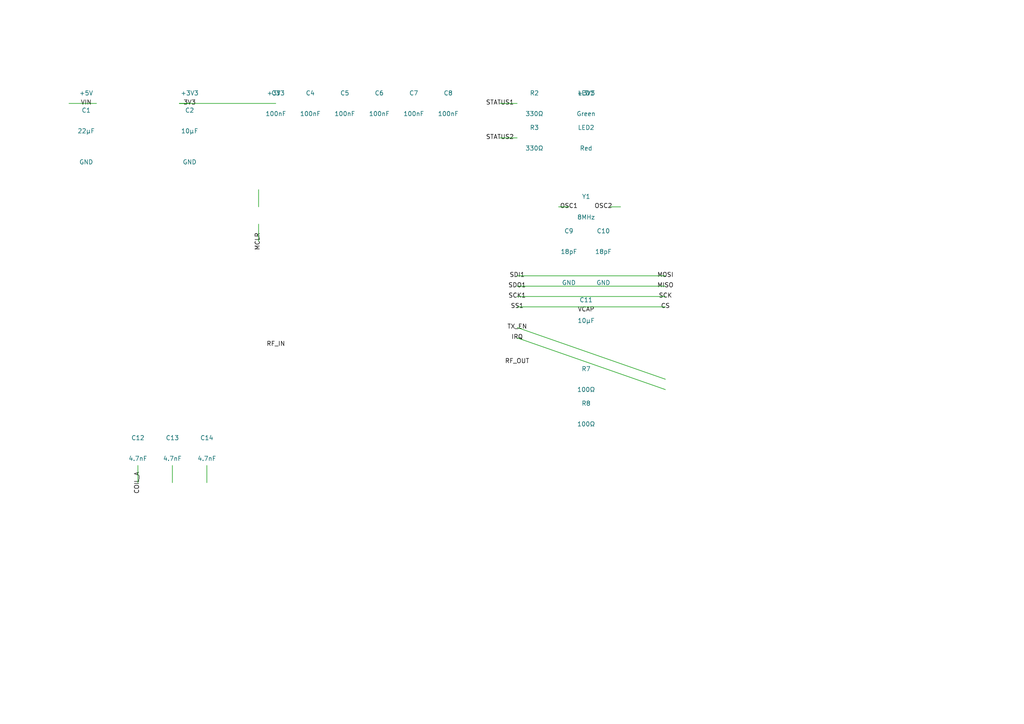
<source format=kicad_sch>
(kicad_sch (version 20231120) (generator "eeschema") (generator_version "9.0")
  (paper "A4")
  (title_block (title "Hi-Tag 2 Emulator") (date "2025-12-25") (rev "1.0") (company "Flipper Zero + Arduino Integration") (comment 1 "Simplified design for Hi-Tag 2 / Paxton NET2 emulation") (comment 2 "Based on RFIDler architecture"))
  (lib_symbols)
  (symbol (lib_id "HiTag2_Emulator:AMS1117-3.3") (at 40 30 0) (unit 1)
    (property "Reference" "U2" (at 40 27 0))
    (property "Value" "AMS1117-3.3" (at 40 33 0))
    (property "Footprint" "HiTag2_Emulator:SOT-223-3_TabPin2" (effects hide))
  )
  (symbol (lib_id "HiTag2_Emulator:C") (at 25 35 0) (unit 1)
    (property "Reference" "C1" (at 25 32 0))
    (property "Value" "22µF" (at 25 38 0))
    (property "Footprint" "HiTag2_Emulator:C_0805_2012Metric" (effects hide))
  )
  (symbol (lib_id "HiTag2_Emulator:C") (at 55 35 0) (unit 1)
    (property "Reference" "C2" (at 55 32 0))
    (property "Value" "10µF" (at 55 38 0))
    (property "Footprint" "HiTag2_Emulator:C_0805_2012Metric" (effects hide))
  )
  (symbol (lib_id "HiTag2_Emulator:PIC32MX795F512L") (at 120 80 0) (unit 1)
    (property "Reference" "U1" (at 120 77 0))
    (property "Value" "PIC32MX795F512L-80I/PF" (at 120 83 0))
    (property "Footprint" "HiTag2_Emulator:TQFP-100_14x14mm_P0.5mm" (effects hide))
  )
  (symbol (lib_id "HiTag2_Emulator:Crystal") (at 170 60 0) (unit 1)
    (property "Reference" "Y1" (at 170 57 0))
    (property "Value" "8MHz" (at 170 63 0))
    (property "Footprint" "HiTag2_Emulator:Crystal_HC49-U_Vertical" (effects hide))
  )
  (symbol (lib_id "HiTag2_Emulator:C") (at 165 70 0) (unit 1)
    (property "Reference" "C9" (at 165 67 0))
    (property "Value" "18pF" (at 165 73 0))
    (property "Footprint" "HiTag2_Emulator:R_0603_1608Metric" (effects hide))
  )
  (symbol (lib_id "HiTag2_Emulator:C") (at 175 70 0) (unit 1)
    (property "Reference" "C10" (at 175 67 0))
    (property "Value" "18pF" (at 175 73 0))
    (property "Footprint" "HiTag2_Emulator:R_0603_1608Metric" (effects hide))
  )
  (symbol (lib_id "HiTag2_Emulator:C") (at 170 90 0) (unit 1)
    (property "Reference" "C11" (at 170 87 0))
    (property "Value" "10µF" (at 170 93 0))
    (property "Footprint" "HiTag2_Emulator:C_0805_2012Metric" (effects hide))
  )
  (symbol (lib_id "HiTag2_Emulator:C") (at 80 30 0) (unit 1)
    (property "Reference" "C3" (at 80 27 0))
    (property "Value" "100nF" (at 80 33 0))
    (property "Footprint" "HiTag2_Emulator:R_0603_1608Metric" (effects hide))
  )
  (symbol (lib_id "HiTag2_Emulator:C") (at 90 30 0) (unit 1)
    (property "Reference" "C4" (at 90 27 0))
    (property "Value" "100nF" (at 90 33 0))
    (property "Footprint" "HiTag2_Emulator:R_0603_1608Metric" (effects hide))
  )
  (symbol (lib_id "HiTag2_Emulator:C") (at 100 30 0) (unit 1)
    (property "Reference" "C5" (at 100 27 0))
    (property "Value" "100nF" (at 100 33 0))
    (property "Footprint" "HiTag2_Emulator:R_0603_1608Metric" (effects hide))
  )
  (symbol (lib_id "HiTag2_Emulator:C") (at 110 30 0) (unit 1)
    (property "Reference" "C6" (at 110 27 0))
    (property "Value" "100nF" (at 110 33 0))
    (property "Footprint" "HiTag2_Emulator:R_0603_1608Metric" (effects hide))
  )
  (symbol (lib_id "HiTag2_Emulator:C") (at 120 30 0) (unit 1)
    (property "Reference" "C7" (at 120 27 0))
    (property "Value" "100nF" (at 120 33 0))
    (property "Footprint" "HiTag2_Emulator:R_0603_1608Metric" (effects hide))
  )
  (symbol (lib_id "HiTag2_Emulator:C") (at 130 30 0) (unit 1)
    (property "Reference" "C8" (at 130 27 0))
    (property "Value" "100nF" (at 130 33 0))
    (property "Footprint" "HiTag2_Emulator:R_0603_1608Metric" (effects hide))
  )
  (symbol (lib_id "HiTag2_Emulator:R") (at 75 60 0) (unit 1)
    (property "Reference" "R1" (at 75 57 0))
    (property "Value" "10kΩ" (at 75 63 0))
    (property "Footprint" "HiTag2_Emulator:R_0603_1608Metric" (effects hide))
  )
  (symbol (lib_id "HiTag2_Emulator:LM358") (at 40 100 0) (unit 1)
    (property "Reference" "U3" (at 40 97 0))
    (property "Value" "LM358" (at 40 103 0))
    (property "Footprint" "HiTag2_Emulator:SOIC-8_3.9x4.9mm_P1.27mm" (effects hide))
  )
  (symbol (lib_id "HiTag2_Emulator:SN74LVC1G17") (at 70 100 0) (unit 1)
    (property "Reference" "U4" (at 70 97 0))
    (property "Value" "SN74LVC1G17" (at 70 103 0))
    (property "Footprint" "HiTag2_Emulator:SOT-23-5" (effects hide))
  )
  (symbol (lib_id "HiTag2_Emulator:R") (at 40 85 0) (unit 1)
    (property "Reference" "R4" (at 40 82 0))
    (property "Value" "100kΩ" (at 40 88 0))
    (property "Footprint" "HiTag2_Emulator:R_0603_1608Metric" (effects hide))
  )
  (symbol (lib_id "HiTag2_Emulator:R") (at 25 100 0) (unit 1)
    (property "Reference" "R5" (at 25 97 0))
    (property "Value" "100kΩ" (at 25 103 0))
    (property "Footprint" "HiTag2_Emulator:R_0603_1608Metric" (effects hide))
  )
  (symbol (lib_id "HiTag2_Emulator:R") (at 25 115 0) (unit 1)
    (property "Reference" "R6" (at 25 112 0))
    (property "Value" "1MΩ" (at 25 118 0))
    (property "Footprint" "HiTag2_Emulator:R_0603_1608Metric" (effects hide))
  )
  (symbol (lib_id "HiTag2_Emulator:C") (at 40 130 0) (unit 1)
    (property "Reference" "C12" (at 40 127 0))
    (property "Value" "4.7nF" (at 40 133 0))
    (property "Footprint" "HiTag2_Emulator:R_0603_1608Metric" (effects hide))
  )
  (symbol (lib_id "HiTag2_Emulator:C") (at 50 130 0) (unit 1)
    (property "Reference" "C13" (at 50 127 0))
    (property "Value" "4.7nF" (at 50 133 0))
    (property "Footprint" "HiTag2_Emulator:R_0603_1608Metric" (effects hide))
  )
  (symbol (lib_id "HiTag2_Emulator:C") (at 60 130 0) (unit 1)
    (property "Reference" "C14" (at 60 127 0))
    (property "Value" "4.7nF" (at 60 133 0))
    (property "Footprint" "HiTag2_Emulator:R_0603_1608Metric" (effects hide))
  )
  (symbol (lib_id "HiTag2_Emulator:LED") (at 170 30 0) (unit 1)
    (property "Reference" "LED1" (at 170 27 0))
    (property "Value" "Green" (at 170 33 0))
    (property "Footprint" "HiTag2_Emulator:LED_0603_1608Metric" (effects hide))
  )
  (symbol (lib_id "HiTag2_Emulator:LED") (at 170 40 0) (unit 1)
    (property "Reference" "LED2" (at 170 37 0))
    (property "Value" "Red" (at 170 43 0))
    (property "Footprint" "HiTag2_Emulator:LED_0603_1608Metric" (effects hide))
  )
  (symbol (lib_id "HiTag2_Emulator:R") (at 155 30 0) (unit 1)
    (property "Reference" "R2" (at 155 27 0))
    (property "Value" "330Ω" (at 155 33 0))
    (property "Footprint" "HiTag2_Emulator:R_0603_1608Metric" (effects hide))
  )
  (symbol (lib_id "HiTag2_Emulator:R") (at 155 40 0) (unit 1)
    (property "Reference" "R3" (at 155 37 0))
    (property "Value" "330Ω" (at 155 43 0))
    (property "Footprint" "HiTag2_Emulator:R_0603_1608Metric" (effects hide))
  )
  (symbol (lib_id "HiTag2_Emulator:R") (at 170 110 0) (unit 1)
    (property "Reference" "R7" (at 170 107 0))
    (property "Value" "100Ω" (at 170 113 0))
    (property "Footprint" "HiTag2_Emulator:R_0603_1608Metric" (effects hide))
  )
  (symbol (lib_id "HiTag2_Emulator:R") (at 170 120 0) (unit 1)
    (property "Reference" "R8" (at 170 117 0))
    (property "Value" "100Ω" (at 170 123 0))
    (property "Footprint" "HiTag2_Emulator:R_0603_1608Metric" (effects hide))
  )
  (symbol (lib_id "HiTag2_Emulator:Conn_01x06") (at 200 80 0) (unit 1)
    (property "Reference" "J1" (at 200 77 0))
    (property "Value" "SPI_Arduino" (at 200 83 0))
    (property "Footprint" "HiTag2_Emulator:PinHeader_1x06_P2.54mm_Vertical" (effects hide))
  )
  (symbol (lib_id "HiTag2_Emulator:Conn_01x04") (at 200 110 0) (unit 1)
    (property "Reference" "J2" (at 200 107 0))
    (property "Value" "CTRL_Arduino" (at 200 113 0))
    (property "Footprint" "HiTag2_Emulator:PinHeader_1x04_P2.54mm_Vertical" (effects hide))
  )
  (symbol (lib_id "HiTag2_Emulator:Conn_01x03") (at 200 60 0) (unit 1)
    (property "Reference" "J3" (at 200 57 0))
    (property "Value" "ICSP" (at 200 63 0))
    (property "Footprint" "HiTag2_Emulator:PinHeader_1x03_P2.54mm_Vertical" (effects hide))
  )
  (symbol (lib_id "HiTag2_Emulator:Conn_01x02") (at 40 145 0) (unit 1)
    (property "Reference" "J4" (at 40 142 0))
    (property "Value" "ANTENNA" (at 40 148 0))
    (property "Footprint" "HiTag2_Emulator:PinHeader_1x02_P2.54mm_Vertical" (effects hide))
  )
  (symbol (lib_id "HiTag2_Emulator:+5V") (at 25 25 0) (unit 1) (in_bom no)
    (property "Reference" "#PWR?" (effects hide))
    (property "Value" "+5V" (at 25 27 0))
  )
  (symbol (lib_id "HiTag2_Emulator:+3V3") (at 55 25 0) (unit 1) (in_bom no)
    (property "Reference" "#PWR?" (effects hide))
    (property "Value" "+3V3" (at 55 27 0))
  )
  (symbol (lib_id "HiTag2_Emulator:+3V3") (at 80 25 0) (unit 1) (in_bom no)
    (property "Reference" "#PWR?" (effects hide))
    (property "Value" "+3V3" (at 80 27 0))
  )
  (symbol (lib_id "HiTag2_Emulator:+3V3") (at 170 25 0) (unit 1) (in_bom no)
    (property "Reference" "#PWR?" (effects hide))
    (property "Value" "+3V3" (at 170 27 0))
  )
  (symbol (lib_id "HiTag2_Emulator:GND") (at 40 45 0) (unit 1) (in_bom no)
    (property "Reference" "#PWR?" (effects hide))
    (property "Value" "GND" (at 40 47 0))
  )
  (symbol (lib_id "HiTag2_Emulator:GND") (at 25 45 0) (unit 1) (in_bom no)
    (property "Reference" "#PWR?" (effects hide))
    (property "Value" "GND" (at 25 47 0))
  )
  (symbol (lib_id "HiTag2_Emulator:GND") (at 55 45 0) (unit 1) (in_bom no)
    (property "Reference" "#PWR?" (effects hide))
    (property "Value" "GND" (at 55 47 0))
  )
  (symbol (lib_id "HiTag2_Emulator:GND") (at 165 80 0) (unit 1) (in_bom no)
    (property "Reference" "#PWR?" (effects hide))
    (property "Value" "GND" (at 165 82 0))
  )
  (symbol (lib_id "HiTag2_Emulator:GND") (at 175 80 0) (unit 1) (in_bom no)
    (property "Reference" "#PWR?" (effects hide))
    (property "Value" "GND" (at 175 82 0))
  )
  (wire (pts (xy 20 30) (xy 28 30)))
  (wire (pts (xy 52 30) (xy 80 30)))
  (wire (pts (xy 52 30) (xy 55 30)))
  (wire (pts (xy 162 60) (xy 165 60)))
  (wire (pts (xy 177 60) (xy 180 60)))
  (wire (pts (xy 75 55) (xy 75 60)))
  (wire (pts (xy 75 65) (xy 75 70)))
  (wire (pts (xy 150 80) (xy 193 80)))
  (wire (pts (xy 150 83) (xy 193 83)))
  (wire (pts (xy 150 86) (xy 193 86)))
  (wire (pts (xy 150 89) (xy 193 89)))
  (wire (pts (xy 150 95) (xy 193 110)))
  (wire (pts (xy 150 98) (xy 193 113)))
  (wire (pts (xy 145 30) (xy 150 30)))
  (wire (pts (xy 145 40) (xy 150 40)))
  (wire (pts (xy 40 135) (xy 40 140)))
  (wire (pts (xy 50 135) (xy 50 140)))
  (wire (pts (xy 60 135) (xy 60 140)))
  (label "VIN" (at 25 30 0))
  (label "3V3" (at 55 30 0))
  (label "MCLR" (at 75 70 270))
  (label "OSC1" (at 165 60 0))
  (label "OSC2" (at 175 60 0))
  (label "VCAP" (at 170 90 0))
  (label "SDI1" (at 150 80 0))
  (label "SDO1" (at 150 83 0))
  (label "SCK1" (at 150 86 0))
  (label "SS1" (at 150 89 0))
  (label "TX_EN" (at 150 95 0))
  (label "IRQ" (at 150 98 0))
  (label "RF_OUT" (at 150 105 0))
  (label "RF_IN" (at 80 100 0))
  (label "COIL_A" (at 40 140 270))
  (label "STATUS1" (at 145 30 0))
  (label "STATUS2" (at 145 40 0))
  (label "MOSI" (at 193 80 0))
  (label "MISO" (at 193 83 0))
  (label "SCK" (at 193 86 0))
  (label "CS" (at 193 89 0))
)
</source>
